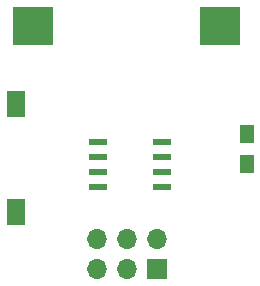
<source format=gbp>
G04 #@! TF.GenerationSoftware,KiCad,Pcbnew,(5.1.0-0)*
G04 #@! TF.CreationDate,2019-09-28T00:10:19+01:00*
G04 #@! TF.ProjectId,badge,62616467-652e-46b6-9963-61645f706362,rev?*
G04 #@! TF.SameCoordinates,Original*
G04 #@! TF.FileFunction,Paste,Bot*
G04 #@! TF.FilePolarity,Positive*
%FSLAX46Y46*%
G04 Gerber Fmt 4.6, Leading zero omitted, Abs format (unit mm)*
G04 Created by KiCad (PCBNEW (5.1.0-0)) date 2019-09-28 00:10:19*
%MOMM*%
%LPD*%
G04 APERTURE LIST*
%ADD10R,1.700000X1.700000*%
%ADD11O,1.700000X1.700000*%
%ADD12R,3.500000X3.300000*%
%ADD13R,1.250000X1.500000*%
%ADD14R,1.600000X2.180000*%
%ADD15R,1.550000X0.600000*%
G04 APERTURE END LIST*
D10*
X211836000Y-86614000D03*
D11*
X211836000Y-84074000D03*
X209296000Y-86614000D03*
X209296000Y-84074000D03*
X206756000Y-86614000D03*
X206756000Y-84074000D03*
D12*
X201396000Y-66040000D03*
X217196000Y-66040000D03*
D13*
X219456000Y-75204000D03*
X219456000Y-77704000D03*
D14*
X199898000Y-81806000D03*
X199898000Y-72626000D03*
D15*
X212250000Y-75819000D03*
X212250000Y-77089000D03*
X212250000Y-78359000D03*
X212250000Y-79629000D03*
X206850000Y-79629000D03*
X206850000Y-78359000D03*
X206850000Y-77089000D03*
X206850000Y-75819000D03*
M02*

</source>
